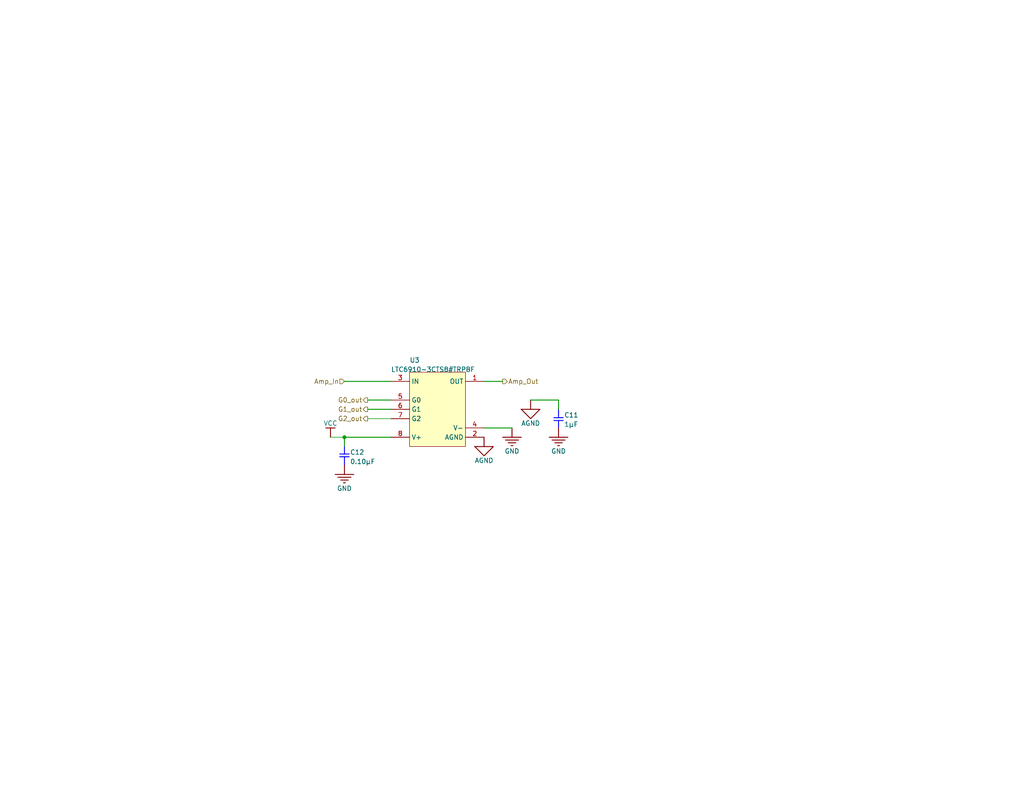
<source format=kicad_sch>
(kicad_sch (version 20230121) (generator eeschema)
  (paper "A")
  (lib_symbols
    (symbol "AcousticsSingleChannel-altium-import:AGND" (power)
      (property "Reference" "#PWR" (at 0 0 0))
      (property "Value" "AGND" (at 0 6.35 0))
      (symbol "AGND_0_0"
        (polyline (pts (xy 0 0) (xy 0 -2.54)) (stroke (width 0.254)))
        (polyline (pts (xy -2.54 -2.54) (xy 2.54 -2.54) (xy 0 -5.08) (xy -2.54 -2.54)) (stroke (width 0.254)))
        (pin power_in line (at 0 0 0) (length 0) hide (name "AGND") (number ""))
      )
    )
    (symbol "AcousticsSingleChannel-altium-import:GND" (power)
      (property "Reference" "#PWR" (at 0 0 0))
      (property "Value" "GND" (at 0 6.35 0))
      (symbol "GND_0_0"
        (polyline (pts (xy -2.54 -2.54) (xy 2.54 -2.54)) (stroke (width 0.254)))
        (polyline (pts (xy -1.778 -3.302) (xy 1.778 -3.302)) (stroke (width 0.254)))
        (polyline (pts (xy -1.016 -4.064) (xy 1.016 -4.064)) (stroke (width 0.254)))
        (polyline (pts (xy -0.254 -4.826) (xy 0.254 -4.826)) (stroke (width 0.254)))
        (polyline (pts (xy 0 0) (xy 0 -2.54)) (stroke (width 0.254)))
        (pin power_in line (at 0 0 0) (length 0) hide (name "GND") (number ""))
      )
    )
    (symbol "AcousticsSingleChannel-altium-import:OutputAmplifier_0_GCM188R71C105KA64D"
      (symbol "OutputAmplifier_0_GCM188R71C105KA64D_1_0"
        (polyline (pts (xy -1.27 -0.508) (xy 1.27 -0.508)) (stroke (width 0.254) (color 0 0 255 1)))
        (polyline (pts (xy -1.27 0.254) (xy 1.27 0.254)) (stroke (width 0.254) (color 0 0 255 1)))
        (polyline (pts (xy 0 -2.54) (xy 0 -0.508)) (stroke (width 0.254) (color 0 0 255 1)))
        (polyline (pts (xy 0 0.254) (xy 0 2.54)) (stroke (width 0.254) (color 0 0 255 1)))
        (pin passive line (at 0 2.54 270) (length 0) (name "1") (number "1"))
        (pin passive line (at 0 -2.54 90) (length 0) (name "2") (number "2"))
      )
    )
    (symbol "AcousticsSingleChannel-altium-import:OutputAmplifier_0_LT-LTC6910-TS8-8"
      (symbol "OutputAmplifier_0_LT-LTC6910-TS8-8_1_0"
        (rectangle (start 15.24 0) (end 0 -20.32) (fill (type background)))
        (pin output line (at 20.32 -2.54 180) (length 5.08) (name "OUT") (number "1"))
        (pin input line (at 20.32 -17.78 180) (length 5.08) (name "AGND") (number "2"))
        (pin input line (at -5.08 -2.54 0) (length 5.08) (name "IN") (number "3"))
        (pin power_in line (at 20.32 -15.24 180) (length 5.08) (name "V-") (number "4"))
        (pin input line (at -5.08 -7.62 0) (length 5.08) (name "G0") (number "5"))
        (pin input line (at -5.08 -10.16 0) (length 5.08) (name "G1") (number "6"))
        (pin input line (at -5.08 -12.7 0) (length 5.08) (name "G2") (number "7"))
        (pin power_in line (at -5.08 -17.78 0) (length 5.08) (name "V+") (number "8"))
      )
    )
    (symbol "AcousticsSingleChannel-altium-import:OutputAmplifier_2_GCJ188R71C104KA01D"
      (symbol "OutputAmplifier_2_GCJ188R71C104KA01D_1_0"
        (polyline (pts (xy 0 -0.254) (xy 0 -2.54)) (stroke (width 0.254) (color 0 0 255 1)))
        (polyline (pts (xy 0 2.54) (xy 0 0.508)) (stroke (width 0.254) (color 0 0 255 1)))
        (polyline (pts (xy 1.27 -0.254) (xy -1.27 -0.254)) (stroke (width 0.254) (color 0 0 255 1)))
        (polyline (pts (xy 1.27 0.508) (xy -1.27 0.508)) (stroke (width 0.254) (color 0 0 255 1)))
        (pin passive line (at 0 -2.54 90) (length 0) (name "1") (number "1"))
        (pin passive line (at 0 2.54 270) (length 0) (name "2") (number "2"))
      )
    )
    (symbol "AcousticsSingleChannel-altium-import:VCC" (power)
      (property "Reference" "#PWR" (at 0 0 0))
      (property "Value" "VCC" (at 0 3.81 0))
      (symbol "VCC_0_0"
        (polyline (pts (xy -1.27 -2.54) (xy 1.27 -2.54)) (stroke (width 0.254)))
        (polyline (pts (xy 0 0) (xy 0 -2.54)) (stroke (width 0.254)))
        (pin power_in line (at 0 0 0) (length 0) hide (name "VCC") (number ""))
      )
    )
  )
  (junction (at 93.98 119.38))
  (wire (pts (xy 93.98 119.38) (xy 106.68 119.38)) (stroke (width 0.254)))
  (wire (pts (xy 100.33 114.3) (xy 106.68 114.3)))
  (wire (pts (xy 90.17 119.38) (xy 93.98 119.38)))
  (wire (pts (xy 106.68 104.14) (xy 93.98 104.14)) (stroke (width 0.254)))
  (wire (pts (xy 152.4 109.22) (xy 152.4 111.76)) (stroke (width 0.254)))
  (wire (pts (xy 93.98 121.92) (xy 93.98 119.38)) (stroke (width 0.254)))
  (wire (pts (xy 139.7 116.84) (xy 132.08 116.84)) (stroke (width 0.254)))
  (wire (pts (xy 100.33 111.76) (xy 106.68 111.76)) (stroke (width 0.254)))
  (wire (pts (xy 106.68 109.22) (xy 100.33 109.22)) (stroke (width 0.254)))
  (wire (pts (xy 144.78 109.22) (xy 152.4 109.22)) (stroke (width 0.254)))
  (wire (pts (xy 132.08 104.14) (xy 137.16 104.14)) (stroke (width 0.254)))
  (hierarchical_label "G1_out" (shape output) (at 100.33 111.76 180))
  (hierarchical_label "G0_out" (shape output) (at 100.33 109.22 180))
  (hierarchical_label "Amp_In" (shape input) (at 93.98 104.14 180))
  (hierarchical_label "G2_out" (shape output) (at 100.33 114.3 180))
  (hierarchical_label "Amp_Out" (shape output) (at 137.16 104.14 0))
  (symbol (lib_id "AcousticsSingleChannel-altium-import:OutputAmplifier_0_LT-LTC6910-TS8-8") (at 111.76 101.6 0) (unit 1)
    (property "Reference" "U3" (at 111.76 99.06 0) (effects (justify left bottom)))
    (property "Value" "LTC6910-3CTS8#TRPBF" (at 106.68 101.6 0) (effects (justify left bottom)))
    (property "Footprint" "AltiumImports:LT-TS8-8-TSOT-23_V" (effects hide))
    (property "Part Number" "LTC6910-3CTS8#TRMPBF" (effects hide))
  )
  (symbol (lib_id "AcousticsSingleChannel-altium-import:GND") (at 139.7 116.84 0) (unit 1)
    (property "Reference" "#PWR0151" (effects hide))
    (property "Value" "GND" (at 139.7 123.19 0))
  )
  (symbol (lib_id "AcousticsSingleChannel-altium-import:OutputAmplifier_0_GCM188R71C105KA64D") (at 152.4 114.3 0) (unit 1)
    (property "Reference" "C11" (at 153.924 114.046 0) (effects (justify left bottom)))
    (property "Value" "1µF" (at 153.924 116.586 0) (effects (justify left bottom)))
    (property "Footprint" "AltiumImports:SMD-0603C" (effects hide))
    (property "Part Number" "GCM188R71C105KA64D" (effects hide))
  )
  (symbol (lib_id "AcousticsSingleChannel-altium-import:GND") (at 93.98 127 0) (unit 1)
    (property "Reference" "#PWR0154" (effects hide))
    (property "Value" "GND" (at 93.98 133.35 0))
  )
  (symbol (lib_id "AcousticsSingleChannel-altium-import:VCC") (at 90.17 119.38 180) (unit 1)
    (property "Reference" "#PWR0153" (effects hide))
    (property "Value" "VCC" (at 90.17 115.57 0))
  )
  (symbol (lib_id "AcousticsSingleChannel-altium-import:AGND") (at 144.78 109.22 0) (unit 1)
    (property "Reference" "#PWR0149" (effects hide))
    (property "Value" "AGND" (at 144.78 115.57 0))
  )
  (symbol (lib_id "AcousticsSingleChannel-altium-import:GND") (at 152.4 116.84 0) (unit 1)
    (property "Reference" "#PWR0147" (effects hide))
    (property "Value" "GND" (at 152.4 123.19 0))
  )
  (symbol (lib_id "AcousticsSingleChannel-altium-import:OutputAmplifier_2_GCJ188R71C104KA01D") (at 93.98 124.46 0) (unit 1)
    (property "Reference" "C12" (at 95.504 124.206 0) (effects (justify left bottom)))
    (property "Value" "0.10µF" (at 95.504 126.746 0) (effects (justify left bottom)))
    (property "Footprint" "AltiumImports:SMD-0603C" (effects hide))
    (property "Part Number" "GCJ188R71C104KA01D" (effects hide))
  )
  (symbol (lib_id "AcousticsSingleChannel-altium-import:AGND") (at 132.08 119.38 0) (unit 1)
    (property "Reference" "#PWR0150" (effects hide))
    (property "Value" "AGND" (at 132.08 125.73 0))
  )
)
</source>
